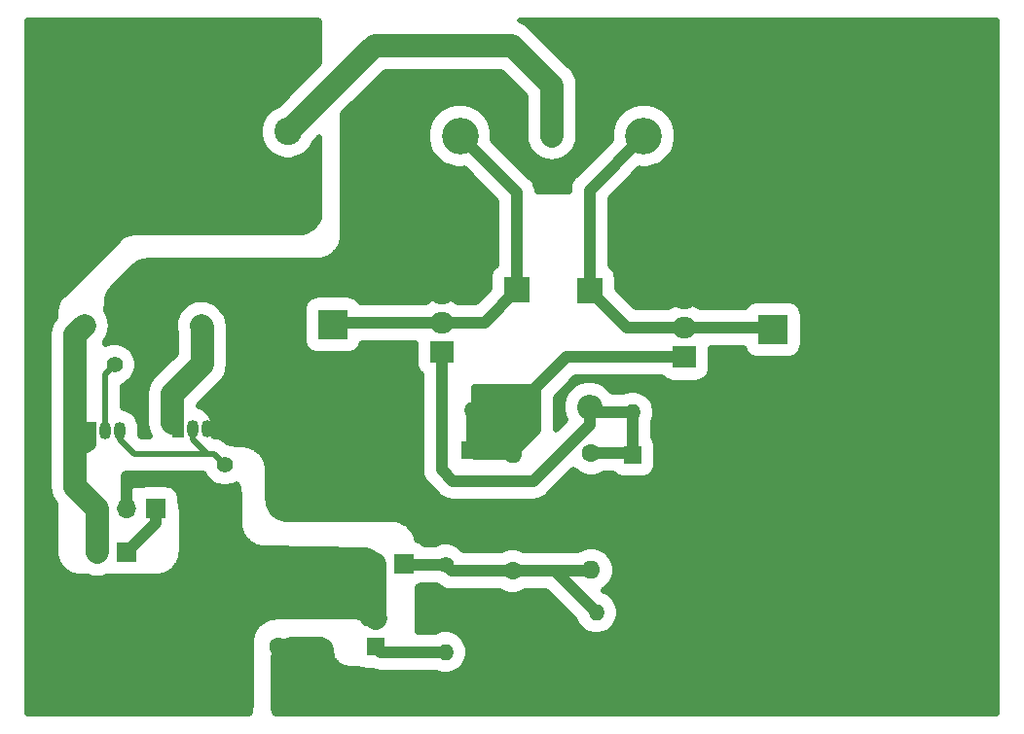
<source format=gbr>
%TF.GenerationSoftware,KiCad,Pcbnew,(5.1.6)-1*%
%TF.CreationDate,2021-04-13T19:17:38+03:00*%
%TF.ProjectId,ZVS,5a56532e-6b69-4636-9164-5f7063625858,rev?*%
%TF.SameCoordinates,Original*%
%TF.FileFunction,Copper,L2,Bot*%
%TF.FilePolarity,Positive*%
%FSLAX46Y46*%
G04 Gerber Fmt 4.6, Leading zero omitted, Abs format (unit mm)*
G04 Created by KiCad (PCBNEW (5.1.6)-1) date 2021-04-13 19:17:39*
%MOMM*%
%LPD*%
G01*
G04 APERTURE LIST*
%TA.AperFunction,ComponentPad*%
%ADD10C,1.524000*%
%TD*%
%TA.AperFunction,ComponentPad*%
%ADD11C,3.200000*%
%TD*%
%TA.AperFunction,ComponentPad*%
%ADD12O,2.200000X2.200000*%
%TD*%
%TA.AperFunction,ComponentPad*%
%ADD13R,2.200000X2.200000*%
%TD*%
%TA.AperFunction,ComponentPad*%
%ADD14O,1.400000X1.400000*%
%TD*%
%TA.AperFunction,ComponentPad*%
%ADD15C,1.400000*%
%TD*%
%TA.AperFunction,ComponentPad*%
%ADD16O,1.500000X1.500000*%
%TD*%
%TA.AperFunction,ComponentPad*%
%ADD17R,1.500000X1.500000*%
%TD*%
%TA.AperFunction,ComponentPad*%
%ADD18O,2.000000X1.905000*%
%TD*%
%TA.AperFunction,ComponentPad*%
%ADD19R,2.000000X1.905000*%
%TD*%
%TA.AperFunction,ComponentPad*%
%ADD20O,1.600000X1.600000*%
%TD*%
%TA.AperFunction,ComponentPad*%
%ADD21C,1.600000*%
%TD*%
%TA.AperFunction,ComponentPad*%
%ADD22O,2.600000X2.600000*%
%TD*%
%TA.AperFunction,ComponentPad*%
%ADD23R,2.600000X2.600000*%
%TD*%
%TA.AperFunction,ComponentPad*%
%ADD24O,1.700000X1.700000*%
%TD*%
%TA.AperFunction,ComponentPad*%
%ADD25R,1.700000X1.700000*%
%TD*%
%TA.AperFunction,ComponentPad*%
%ADD26R,1.050000X1.500000*%
%TD*%
%TA.AperFunction,ComponentPad*%
%ADD27O,1.050000X1.500000*%
%TD*%
%TA.AperFunction,ComponentPad*%
%ADD28C,2.400000*%
%TD*%
%TA.AperFunction,ComponentPad*%
%ADD29R,1.600000X1.600000*%
%TD*%
%TA.AperFunction,ComponentPad*%
%ADD30C,7.000000*%
%TD*%
%TA.AperFunction,Conductor*%
%ADD31C,2.032000*%
%TD*%
%TA.AperFunction,Conductor*%
%ADD32C,1.016000*%
%TD*%
%TA.AperFunction,Conductor*%
%ADD33C,0.508000*%
%TD*%
G04 APERTURE END LIST*
D10*
%TO.P,J2,2*%
%TO.N,/CENTER_TAP*%
X66950000Y-31360000D03*
D11*
%TO.P,J2,3*%
%TO.N,/TANK_L*%
X74950000Y-31360000D03*
%TO.P,J2,1*%
%TO.N,/TANK_R*%
X58950000Y-31360000D03*
%TD*%
D12*
%TO.P,D1,2*%
%TO.N,/GATE_R*%
X70220000Y-54970000D03*
D13*
%TO.P,D1,1*%
%TO.N,/TANK_L*%
X70220000Y-44810000D03*
%TD*%
D14*
%TO.P,R1,2*%
%TO.N,/GATE_R*%
X73980000Y-55450000D03*
D15*
%TO.P,R1,1*%
%TO.N,GND*%
X81600000Y-55450000D03*
%TD*%
D16*
%TO.P,D2,2*%
%TO.N,GND*%
X81620000Y-59170000D03*
D17*
%TO.P,D2,1*%
%TO.N,/GATE_R*%
X74000000Y-59170000D03*
%TD*%
D18*
%TO.P,Q1,3*%
%TO.N,GND*%
X78480000Y-45550000D03*
%TO.P,Q1,2*%
%TO.N,/TANK_L*%
X78480000Y-48090000D03*
D19*
%TO.P,Q1,1*%
%TO.N,/GATE_L*%
X78480000Y-50630000D03*
%TD*%
D20*
%TO.P,R2,2*%
%TO.N,/ENABLE*%
X70360000Y-69170000D03*
D21*
%TO.P,R2,1*%
%TO.N,/GATE_R*%
X70360000Y-59010000D03*
%TD*%
D22*
%TO.P,D5,2*%
%TO.N,GND*%
X86180000Y-63480000D03*
D23*
%TO.P,D5,1*%
%TO.N,/TANK_L*%
X86180000Y-48240000D03*
%TD*%
D14*
%TO.P,R6,2*%
%TO.N,Net-(C2-Pad1)*%
X57700000Y-76320000D03*
D15*
%TO.P,R6,1*%
%TO.N,/ENABLE*%
X57700000Y-68700000D03*
%TD*%
D24*
%TO.P,SW2,2*%
%TO.N,+4V*%
X51510000Y-68600000D03*
D25*
%TO.P,SW2,1*%
%TO.N,/ENABLE*%
X54050000Y-68600000D03*
%TD*%
D24*
%TO.P,SW1,3*%
%TO.N,-BATT*%
X27420000Y-63850000D03*
%TO.P,SW1,2*%
%TO.N,+4V*%
X29960000Y-63850000D03*
D25*
%TO.P,SW1,1*%
%TO.N,Net-(J1-Pad1)*%
X32500000Y-63850000D03*
%TD*%
D20*
%TO.P,R9,2*%
%TO.N,-BATT*%
X26290000Y-47900000D03*
D21*
%TO.P,R9,1*%
%TO.N,Net-(Q4-Pad1)*%
X36450000Y-47900000D03*
%TD*%
D14*
%TO.P,R8,2*%
%TO.N,/ENABLE*%
X70820000Y-72870000D03*
D15*
%TO.P,R8,1*%
%TO.N,GND*%
X63200000Y-72870000D03*
%TD*%
D14*
%TO.P,R7,2*%
%TO.N,Net-(Q4-Pad1)*%
X36520000Y-51300000D03*
D15*
%TO.P,R7,1*%
%TO.N,Net-(Q3-Pad2)*%
X28900000Y-51300000D03*
%TD*%
D14*
%TO.P,R5,2*%
%TO.N,+4V*%
X38500000Y-67620000D03*
D15*
%TO.P,R5,1*%
%TO.N,Net-(Q3-Pad3)*%
X38500000Y-60000000D03*
%TD*%
D20*
%TO.P,R4,2*%
%TO.N,/GATE_L*%
X63540000Y-59090000D03*
D21*
%TO.P,R4,1*%
%TO.N,/ENABLE*%
X63540000Y-69250000D03*
%TD*%
D14*
%TO.P,R3,2*%
%TO.N,/GATE_L*%
X59970000Y-55250000D03*
D15*
%TO.P,R3,1*%
%TO.N,GND*%
X52350000Y-55250000D03*
%TD*%
D26*
%TO.P,Q4,1*%
%TO.N,Net-(Q4-Pad1)*%
X34450000Y-56850000D03*
D27*
%TO.P,Q4,3*%
%TO.N,GND*%
X36990000Y-56850000D03*
%TO.P,Q4,2*%
%TO.N,Net-(Q3-Pad3)*%
X35720000Y-56850000D03*
%TD*%
D26*
%TO.P,Q3,1*%
%TO.N,-BATT*%
X26800000Y-57050000D03*
D27*
%TO.P,Q3,3*%
%TO.N,Net-(Q3-Pad3)*%
X29340000Y-57050000D03*
%TO.P,Q3,2*%
%TO.N,Net-(Q3-Pad2)*%
X28070000Y-57050000D03*
%TD*%
D18*
%TO.P,Q2,3*%
%TO.N,GND*%
X57360000Y-45080000D03*
%TO.P,Q2,2*%
%TO.N,/TANK_R*%
X57360000Y-47620000D03*
D19*
%TO.P,Q2,1*%
%TO.N,/GATE_R*%
X57360000Y-50160000D03*
%TD*%
D28*
%TO.P,L1,2*%
%TO.N,+4V*%
X44000000Y-36000000D03*
%TO.P,L1,1*%
%TO.N,/CENTER_TAP*%
X44000000Y-31000000D03*
%TD*%
D24*
%TO.P,J1,2*%
%TO.N,-BATT*%
X27410000Y-67650000D03*
D25*
%TO.P,J1,1*%
%TO.N,Net-(J1-Pad1)*%
X29950000Y-67650000D03*
%TD*%
D22*
%TO.P,D6,2*%
%TO.N,GND*%
X47900000Y-63040000D03*
D23*
%TO.P,D6,1*%
%TO.N,/TANK_R*%
X47900000Y-47800000D03*
%TD*%
D12*
%TO.P,D4,2*%
%TO.N,/GATE_L*%
X63900000Y-54960000D03*
D13*
%TO.P,D4,1*%
%TO.N,/TANK_R*%
X63900000Y-44800000D03*
%TD*%
D16*
%TO.P,D3,2*%
%TO.N,GND*%
X52230000Y-58700000D03*
D17*
%TO.P,D3,1*%
%TO.N,/GATE_L*%
X59850000Y-58700000D03*
%TD*%
D21*
%TO.P,C3,1*%
%TO.N,+4V*%
X43150000Y-70850000D03*
%TO.P,C3,2*%
%TO.N,GND*%
X43150000Y-75850000D03*
%TD*%
%TO.P,C2,2*%
%TO.N,+4V*%
X51600000Y-73350000D03*
D29*
%TO.P,C2,1*%
%TO.N,Net-(C2-Pad1)*%
X51600000Y-75850000D03*
%TD*%
D30*
%TO.P,REF\u002A\u002A,1*%
%TO.N,+4V*%
X33000000Y-29000000D03*
%TD*%
%TO.P,REF\u002A\u002A,1*%
%TO.N,+4V*%
X33000000Y-74000000D03*
%TD*%
%TO.P,REF\u002A\u002A,1*%
%TO.N,GND*%
X94000000Y-74000000D03*
%TD*%
%TO.P,REF\u002A\u002A,1*%
%TO.N,GND*%
X94000000Y-29000000D03*
%TD*%
D31*
%TO.N,+4V*%
X51510000Y-73260000D02*
X51600000Y-73350000D01*
X38500000Y-67620000D02*
X38500000Y-70000000D01*
X38500000Y-70000000D02*
X39500000Y-71000000D01*
X43150000Y-70850000D02*
X40500000Y-73500000D01*
X39500000Y-71000000D02*
X39500000Y-73500000D01*
X40500000Y-73500000D02*
X39500000Y-73500000D01*
X50650000Y-70850000D02*
X51510000Y-69990000D01*
X43150000Y-70850000D02*
X50650000Y-70850000D01*
X51510000Y-68600000D02*
X51510000Y-69990000D01*
X51510000Y-69990000D02*
X51510000Y-73260000D01*
X39500000Y-77500000D02*
X36500000Y-80500000D01*
X22082010Y-45417990D02*
X31500000Y-36000000D01*
X22082010Y-75082010D02*
X22082010Y-45417990D01*
X39500000Y-73500000D02*
X39500000Y-77500000D01*
X31500000Y-36000000D02*
X44000000Y-36000000D01*
X36500000Y-80500000D02*
X27500000Y-80500000D01*
X27500000Y-80500000D02*
X22082010Y-75082010D01*
D32*
X29960000Y-61946798D02*
X30430799Y-61475999D01*
X29960000Y-63850000D02*
X29960000Y-61946798D01*
X38500000Y-64500000D02*
X38500000Y-67620000D01*
X35475999Y-61475999D02*
X38500000Y-64500000D01*
X30430799Y-61475999D02*
X35475999Y-61475999D01*
X29960000Y-61946798D02*
X29960000Y-61040000D01*
X29960000Y-61040000D02*
X30000000Y-61000000D01*
%TO.N,Net-(C2-Pad1)*%
X52070000Y-76320000D02*
X51600000Y-75850000D01*
X57700000Y-76320000D02*
X52070000Y-76320000D01*
%TO.N,GND*%
X36990000Y-56850000D02*
X39500000Y-56850000D01*
X36990000Y-56850000D02*
X37250000Y-56850000D01*
X37250000Y-56850000D02*
X38850000Y-55250000D01*
%TO.N,/GATE_R*%
X73980000Y-55450000D02*
X70700000Y-55450000D01*
X70700000Y-55450000D02*
X70220000Y-54970000D01*
X73840000Y-59010000D02*
X74000000Y-59170000D01*
X70360000Y-59010000D02*
X73840000Y-59010000D01*
X74000000Y-59170000D02*
X74000000Y-55470000D01*
X74000000Y-55470000D02*
X73980000Y-55450000D01*
X57360000Y-60453202D02*
X57360000Y-50160000D01*
X58320799Y-61414001D02*
X57360000Y-60453202D01*
X65331633Y-61414001D02*
X58320799Y-61414001D01*
X70220000Y-56525634D02*
X65331633Y-61414001D01*
X70220000Y-54970000D02*
X70220000Y-56525634D01*
%TO.N,/TANK_L*%
X73500000Y-48090000D02*
X70220000Y-44810000D01*
X78480000Y-48090000D02*
X73500000Y-48090000D01*
X86030000Y-48090000D02*
X86180000Y-48240000D01*
X78480000Y-48090000D02*
X86030000Y-48090000D01*
X70220000Y-36090000D02*
X74950000Y-31360000D01*
X70220000Y-44810000D02*
X70220000Y-36090000D01*
%TO.N,/GATE_L*%
X60260000Y-54960000D02*
X59970000Y-55250000D01*
X59970000Y-58580000D02*
X59850000Y-58700000D01*
X60240000Y-59090000D02*
X59850000Y-58700000D01*
X68230000Y-50630000D02*
X78480000Y-50630000D01*
X63900000Y-54960000D02*
X68230000Y-50630000D01*
X63540000Y-59090000D02*
X60240000Y-59090000D01*
X63900000Y-54960000D02*
X60260000Y-54960000D01*
X59970000Y-55250000D02*
X59970000Y-58580000D01*
%TO.N,/TANK_R*%
X47900000Y-47800000D02*
X48360000Y-47340000D01*
X61080000Y-47620000D02*
X57360000Y-47620000D01*
X63900000Y-44800000D02*
X61080000Y-47620000D01*
X48080000Y-47620000D02*
X47900000Y-47800000D01*
X57360000Y-47620000D02*
X48080000Y-47620000D01*
X63900000Y-36310000D02*
X58950000Y-31360000D01*
X63900000Y-44800000D02*
X63900000Y-36310000D01*
D31*
%TO.N,-BATT*%
X27410000Y-67650000D02*
X27410000Y-63860000D01*
X27420000Y-63850000D02*
X27410000Y-63860000D01*
X27420000Y-63850000D02*
X26800000Y-63230000D01*
X26290000Y-47900000D02*
X25500000Y-48690000D01*
X25500000Y-61930000D02*
X27420000Y-63850000D01*
D32*
X26020990Y-56520990D02*
X26020990Y-57050000D01*
X26000000Y-56500000D02*
X26020990Y-56520990D01*
X25500000Y-56500000D02*
X26000000Y-56500000D01*
X26050000Y-57050000D02*
X25500000Y-56500000D01*
X26800000Y-57050000D02*
X26050000Y-57050000D01*
D31*
X25500000Y-48690000D02*
X25500000Y-54500000D01*
X25500000Y-54500000D02*
X25500000Y-56500000D01*
D32*
X26800000Y-57050000D02*
X26800000Y-58200000D01*
X26500000Y-58500000D02*
X25500000Y-58500000D01*
X26800000Y-58200000D02*
X26500000Y-58500000D01*
D31*
X25500000Y-56500000D02*
X25500000Y-58500000D01*
X25500000Y-58500000D02*
X25500000Y-61930000D01*
D32*
%TO.N,Net-(J1-Pad1)*%
X32500000Y-65100000D02*
X32500000Y-63850000D01*
X29950000Y-67650000D02*
X32500000Y-65100000D01*
D31*
%TO.N,/CENTER_TAP*%
X66950000Y-26950000D02*
X66950000Y-31360000D01*
X63500000Y-23500000D02*
X66950000Y-26950000D01*
X44000000Y-31000000D02*
X51500000Y-23500000D01*
X51500000Y-23500000D02*
X63500000Y-23500000D01*
D33*
%TO.N,Net-(Q3-Pad3)*%
X29357010Y-57808096D02*
X29357010Y-57050000D01*
X30598914Y-59050000D02*
X29874457Y-58325543D01*
X29874457Y-58325543D02*
X29357010Y-57808096D01*
X35720000Y-56850000D02*
X35720000Y-57820000D01*
X35720000Y-57820000D02*
X36950000Y-59050000D01*
X36950000Y-59050000D02*
X30598914Y-59050000D01*
X37550000Y-59050000D02*
X36950000Y-59050000D01*
X38500000Y-60000000D02*
X37550000Y-59050000D01*
%TO.N,Net-(Q3-Pad2)*%
X28070000Y-52130000D02*
X28900000Y-51300000D01*
X28070000Y-57050000D02*
X28070000Y-52130000D01*
D32*
%TO.N,Net-(Q4-Pad1)*%
X33970000Y-56370000D02*
X34450000Y-56850000D01*
D31*
X33970000Y-53850000D02*
X33970000Y-54020000D01*
X36520000Y-51300000D02*
X33970000Y-53850000D01*
X33970000Y-54020000D02*
X33970000Y-56370000D01*
X36520000Y-47970000D02*
X36450000Y-47900000D01*
X36520000Y-51300000D02*
X36520000Y-47970000D01*
D32*
%TO.N,/ENABLE*%
X54150000Y-68700000D02*
X54050000Y-68600000D01*
X57700000Y-68700000D02*
X54150000Y-68700000D01*
X58250000Y-69250000D02*
X57700000Y-68700000D01*
X63540000Y-69250000D02*
X58250000Y-69250000D01*
X70230000Y-69300000D02*
X70360000Y-69170000D01*
X70280000Y-69250000D02*
X70360000Y-69170000D01*
X67200000Y-69250000D02*
X66370000Y-69250000D01*
X70820000Y-72870000D02*
X67200000Y-69250000D01*
X63540000Y-69250000D02*
X66370000Y-69250000D01*
X66370000Y-69250000D02*
X70280000Y-69250000D01*
%TD*%
D33*
%TO.N,+4V*%
G36*
X46674653Y-21508278D02*
G01*
X46727586Y-21751608D01*
X46746000Y-22009074D01*
X46746000Y-25021108D01*
X43045074Y-28722035D01*
X42830016Y-28811115D01*
X42425467Y-29081426D01*
X42081426Y-29425467D01*
X41811115Y-29830016D01*
X41624921Y-30279528D01*
X41530000Y-30756726D01*
X41530000Y-31243274D01*
X41624921Y-31720472D01*
X41811115Y-32169984D01*
X42081426Y-32574533D01*
X42425467Y-32918574D01*
X42830016Y-33188885D01*
X43279528Y-33375079D01*
X43756726Y-33470000D01*
X44243274Y-33470000D01*
X44720472Y-33375079D01*
X45169984Y-33188885D01*
X45574533Y-32918574D01*
X45918574Y-32574533D01*
X46188885Y-32169984D01*
X46277965Y-31954926D01*
X46746000Y-31486891D01*
X46746000Y-37990926D01*
X46727586Y-38248392D01*
X46674653Y-38491722D01*
X46587629Y-38725042D01*
X46468281Y-38943611D01*
X46319048Y-39142962D01*
X46142962Y-39319048D01*
X45943611Y-39468281D01*
X45725042Y-39587629D01*
X45491722Y-39674653D01*
X45248392Y-39727586D01*
X44990926Y-39746000D01*
X30828427Y-39746000D01*
X30811815Y-39746544D01*
X30550763Y-39763654D01*
X30517822Y-39767991D01*
X30261236Y-39819029D01*
X30229143Y-39827628D01*
X29981414Y-39911721D01*
X29950719Y-39924435D01*
X29716086Y-40040143D01*
X29687312Y-40056756D01*
X29469789Y-40202100D01*
X29443430Y-40222326D01*
X29246740Y-40394819D01*
X29234609Y-40406181D01*
X24406181Y-45234609D01*
X24394819Y-45246740D01*
X24222326Y-45443430D01*
X24202100Y-45469789D01*
X24056756Y-45687312D01*
X24040143Y-45716086D01*
X23924435Y-45950719D01*
X23911721Y-45981414D01*
X23827628Y-46229143D01*
X23819029Y-46261236D01*
X23767991Y-46517822D01*
X23763654Y-46550763D01*
X23746544Y-46811815D01*
X23746000Y-46828427D01*
X23746000Y-47223814D01*
X23590064Y-47413823D01*
X23377793Y-47810954D01*
X23247077Y-48241867D01*
X23218159Y-48535478D01*
X23202940Y-48690000D01*
X23214000Y-48802293D01*
X23214001Y-54387696D01*
X23214000Y-54387706D01*
X23214000Y-61817708D01*
X23202940Y-61930000D01*
X23214000Y-62042292D01*
X23214000Y-62042295D01*
X23238433Y-62290359D01*
X23247078Y-62378134D01*
X23377793Y-62809046D01*
X23568748Y-63166297D01*
X23590065Y-63206178D01*
X23746000Y-63396186D01*
X23746000Y-67500000D01*
X23746647Y-67518120D01*
X23767004Y-67802750D01*
X23772162Y-67838622D01*
X23832819Y-68117457D01*
X23843029Y-68152229D01*
X23942751Y-68419594D01*
X23957805Y-68452559D01*
X24094562Y-68703011D01*
X24114156Y-68733499D01*
X24285164Y-68961938D01*
X24308896Y-68989326D01*
X24510674Y-69191104D01*
X24538062Y-69214836D01*
X24766501Y-69385844D01*
X24796989Y-69405438D01*
X25047441Y-69542195D01*
X25080406Y-69557249D01*
X25347771Y-69656971D01*
X25382543Y-69667181D01*
X25661378Y-69727838D01*
X25697250Y-69732996D01*
X25981880Y-69753353D01*
X26000000Y-69754000D01*
X26496890Y-69754000D01*
X26530953Y-69772207D01*
X26961866Y-69902923D01*
X27410000Y-69947060D01*
X27858133Y-69902923D01*
X28289046Y-69772207D01*
X28323109Y-69754000D01*
X28875171Y-69754000D01*
X29100000Y-69776144D01*
X30800000Y-69776144D01*
X31024829Y-69754000D01*
X32500000Y-69754000D01*
X32518120Y-69753353D01*
X32802750Y-69732996D01*
X32838622Y-69727838D01*
X33117457Y-69667181D01*
X33152229Y-69656971D01*
X33419594Y-69557249D01*
X33452559Y-69542195D01*
X33703011Y-69405438D01*
X33733499Y-69385844D01*
X33961938Y-69214836D01*
X33989326Y-69191104D01*
X34191104Y-68989326D01*
X34214836Y-68961938D01*
X34385844Y-68733499D01*
X34405438Y-68703011D01*
X34542195Y-68452559D01*
X34557249Y-68419594D01*
X34656971Y-68152229D01*
X34667181Y-68117457D01*
X34727838Y-67838622D01*
X34732996Y-67802750D01*
X34753353Y-67518120D01*
X34754000Y-67500000D01*
X34754000Y-64000000D01*
X34753353Y-63981880D01*
X34732996Y-63697250D01*
X34727838Y-63661378D01*
X34667181Y-63382543D01*
X34656971Y-63347771D01*
X34626144Y-63265121D01*
X34626144Y-63000000D01*
X34601623Y-62751037D01*
X34529003Y-62511641D01*
X34411075Y-62291012D01*
X34252370Y-62097630D01*
X34058988Y-61938925D01*
X33838359Y-61820997D01*
X33598963Y-61748377D01*
X33350000Y-61723856D01*
X31650000Y-61723856D01*
X31425171Y-61746000D01*
X30264265Y-61746000D01*
X30139985Y-61731997D01*
X30035492Y-61695434D01*
X29941751Y-61636532D01*
X29863468Y-61558249D01*
X29804566Y-61464508D01*
X29768003Y-61360015D01*
X29755607Y-61250000D01*
X29768003Y-61139985D01*
X29804566Y-61035492D01*
X29863468Y-60941751D01*
X29941751Y-60863468D01*
X30035492Y-60804566D01*
X30139985Y-60768003D01*
X30264265Y-60754000D01*
X36680005Y-60754000D01*
X36754209Y-60933145D01*
X36969801Y-61255802D01*
X37244198Y-61530199D01*
X37566855Y-61745791D01*
X37925372Y-61894294D01*
X38305972Y-61970000D01*
X38694028Y-61970000D01*
X39074628Y-61894294D01*
X39433145Y-61745791D01*
X39534663Y-61677959D01*
X39587629Y-61774958D01*
X39674653Y-62008278D01*
X39727586Y-62251608D01*
X39746000Y-62509074D01*
X39746000Y-65039600D01*
X39746631Y-65057490D01*
X39766474Y-65338520D01*
X39771501Y-65373944D01*
X39830636Y-65649398D01*
X39840592Y-65683765D01*
X39937846Y-65948177D01*
X39952532Y-65980805D01*
X40085975Y-66228927D01*
X40105098Y-66259165D01*
X40272081Y-66486076D01*
X40295266Y-66513330D01*
X40492478Y-66714525D01*
X40519262Y-66738249D01*
X40742788Y-66909736D01*
X40772638Y-66929461D01*
X41018042Y-67067839D01*
X41050370Y-67083174D01*
X41312784Y-67185695D01*
X41346944Y-67196336D01*
X41621161Y-67260968D01*
X41656479Y-67266703D01*
X41937056Y-67292161D01*
X41954929Y-67293149D01*
X50525954Y-67464570D01*
X50779755Y-67487598D01*
X51019064Y-67544003D01*
X51248060Y-67633468D01*
X51462226Y-67754232D01*
X51657289Y-67903882D01*
X51829396Y-68079465D01*
X51923856Y-68207824D01*
X51923856Y-69450000D01*
X51948377Y-69698963D01*
X52020997Y-69938359D01*
X52138925Y-70158988D01*
X52246000Y-70289459D01*
X52246000Y-73728747D01*
X52241203Y-73773856D01*
X50800000Y-73773856D01*
X50719868Y-73781748D01*
X50717628Y-73773388D01*
X50667678Y-73652798D01*
X50634524Y-73595373D01*
X50555064Y-73491820D01*
X50508180Y-73444936D01*
X50404627Y-73365476D01*
X50347202Y-73332322D01*
X50226612Y-73282372D01*
X50162563Y-73265210D01*
X50033153Y-73248173D01*
X50000000Y-73246000D01*
X43000000Y-73246000D01*
X42981880Y-73246647D01*
X42697250Y-73267004D01*
X42661378Y-73272162D01*
X42382543Y-73332819D01*
X42347771Y-73343029D01*
X42080406Y-73442751D01*
X42047441Y-73457805D01*
X41796989Y-73594562D01*
X41766501Y-73614156D01*
X41538062Y-73785164D01*
X41510674Y-73808896D01*
X41308896Y-74010674D01*
X41285164Y-74038062D01*
X41114156Y-74266501D01*
X41094562Y-74296989D01*
X40957805Y-74547441D01*
X40942751Y-74580406D01*
X40843029Y-74847771D01*
X40832819Y-74882543D01*
X40772162Y-75161378D01*
X40767004Y-75197250D01*
X40746647Y-75481880D01*
X40746000Y-75500000D01*
X40746000Y-80990926D01*
X40727586Y-81248392D01*
X40674653Y-81491722D01*
X40604429Y-81680000D01*
X21320000Y-81680000D01*
X21320000Y-21320000D01*
X46604429Y-21320000D01*
X46674653Y-21508278D01*
G37*
X46674653Y-21508278D02*
X46727586Y-21751608D01*
X46746000Y-22009074D01*
X46746000Y-25021108D01*
X43045074Y-28722035D01*
X42830016Y-28811115D01*
X42425467Y-29081426D01*
X42081426Y-29425467D01*
X41811115Y-29830016D01*
X41624921Y-30279528D01*
X41530000Y-30756726D01*
X41530000Y-31243274D01*
X41624921Y-31720472D01*
X41811115Y-32169984D01*
X42081426Y-32574533D01*
X42425467Y-32918574D01*
X42830016Y-33188885D01*
X43279528Y-33375079D01*
X43756726Y-33470000D01*
X44243274Y-33470000D01*
X44720472Y-33375079D01*
X45169984Y-33188885D01*
X45574533Y-32918574D01*
X45918574Y-32574533D01*
X46188885Y-32169984D01*
X46277965Y-31954926D01*
X46746000Y-31486891D01*
X46746000Y-37990926D01*
X46727586Y-38248392D01*
X46674653Y-38491722D01*
X46587629Y-38725042D01*
X46468281Y-38943611D01*
X46319048Y-39142962D01*
X46142962Y-39319048D01*
X45943611Y-39468281D01*
X45725042Y-39587629D01*
X45491722Y-39674653D01*
X45248392Y-39727586D01*
X44990926Y-39746000D01*
X30828427Y-39746000D01*
X30811815Y-39746544D01*
X30550763Y-39763654D01*
X30517822Y-39767991D01*
X30261236Y-39819029D01*
X30229143Y-39827628D01*
X29981414Y-39911721D01*
X29950719Y-39924435D01*
X29716086Y-40040143D01*
X29687312Y-40056756D01*
X29469789Y-40202100D01*
X29443430Y-40222326D01*
X29246740Y-40394819D01*
X29234609Y-40406181D01*
X24406181Y-45234609D01*
X24394819Y-45246740D01*
X24222326Y-45443430D01*
X24202100Y-45469789D01*
X24056756Y-45687312D01*
X24040143Y-45716086D01*
X23924435Y-45950719D01*
X23911721Y-45981414D01*
X23827628Y-46229143D01*
X23819029Y-46261236D01*
X23767991Y-46517822D01*
X23763654Y-46550763D01*
X23746544Y-46811815D01*
X23746000Y-46828427D01*
X23746000Y-47223814D01*
X23590064Y-47413823D01*
X23377793Y-47810954D01*
X23247077Y-48241867D01*
X23218159Y-48535478D01*
X23202940Y-48690000D01*
X23214000Y-48802293D01*
X23214001Y-54387696D01*
X23214000Y-54387706D01*
X23214000Y-61817708D01*
X23202940Y-61930000D01*
X23214000Y-62042292D01*
X23214000Y-62042295D01*
X23238433Y-62290359D01*
X23247078Y-62378134D01*
X23377793Y-62809046D01*
X23568748Y-63166297D01*
X23590065Y-63206178D01*
X23746000Y-63396186D01*
X23746000Y-67500000D01*
X23746647Y-67518120D01*
X23767004Y-67802750D01*
X23772162Y-67838622D01*
X23832819Y-68117457D01*
X23843029Y-68152229D01*
X23942751Y-68419594D01*
X23957805Y-68452559D01*
X24094562Y-68703011D01*
X24114156Y-68733499D01*
X24285164Y-68961938D01*
X24308896Y-68989326D01*
X24510674Y-69191104D01*
X24538062Y-69214836D01*
X24766501Y-69385844D01*
X24796989Y-69405438D01*
X25047441Y-69542195D01*
X25080406Y-69557249D01*
X25347771Y-69656971D01*
X25382543Y-69667181D01*
X25661378Y-69727838D01*
X25697250Y-69732996D01*
X25981880Y-69753353D01*
X26000000Y-69754000D01*
X26496890Y-69754000D01*
X26530953Y-69772207D01*
X26961866Y-69902923D01*
X27410000Y-69947060D01*
X27858133Y-69902923D01*
X28289046Y-69772207D01*
X28323109Y-69754000D01*
X28875171Y-69754000D01*
X29100000Y-69776144D01*
X30800000Y-69776144D01*
X31024829Y-69754000D01*
X32500000Y-69754000D01*
X32518120Y-69753353D01*
X32802750Y-69732996D01*
X32838622Y-69727838D01*
X33117457Y-69667181D01*
X33152229Y-69656971D01*
X33419594Y-69557249D01*
X33452559Y-69542195D01*
X33703011Y-69405438D01*
X33733499Y-69385844D01*
X33961938Y-69214836D01*
X33989326Y-69191104D01*
X34191104Y-68989326D01*
X34214836Y-68961938D01*
X34385844Y-68733499D01*
X34405438Y-68703011D01*
X34542195Y-68452559D01*
X34557249Y-68419594D01*
X34656971Y-68152229D01*
X34667181Y-68117457D01*
X34727838Y-67838622D01*
X34732996Y-67802750D01*
X34753353Y-67518120D01*
X34754000Y-67500000D01*
X34754000Y-64000000D01*
X34753353Y-63981880D01*
X34732996Y-63697250D01*
X34727838Y-63661378D01*
X34667181Y-63382543D01*
X34656971Y-63347771D01*
X34626144Y-63265121D01*
X34626144Y-63000000D01*
X34601623Y-62751037D01*
X34529003Y-62511641D01*
X34411075Y-62291012D01*
X34252370Y-62097630D01*
X34058988Y-61938925D01*
X33838359Y-61820997D01*
X33598963Y-61748377D01*
X33350000Y-61723856D01*
X31650000Y-61723856D01*
X31425171Y-61746000D01*
X30264265Y-61746000D01*
X30139985Y-61731997D01*
X30035492Y-61695434D01*
X29941751Y-61636532D01*
X29863468Y-61558249D01*
X29804566Y-61464508D01*
X29768003Y-61360015D01*
X29755607Y-61250000D01*
X29768003Y-61139985D01*
X29804566Y-61035492D01*
X29863468Y-60941751D01*
X29941751Y-60863468D01*
X30035492Y-60804566D01*
X30139985Y-60768003D01*
X30264265Y-60754000D01*
X36680005Y-60754000D01*
X36754209Y-60933145D01*
X36969801Y-61255802D01*
X37244198Y-61530199D01*
X37566855Y-61745791D01*
X37925372Y-61894294D01*
X38305972Y-61970000D01*
X38694028Y-61970000D01*
X39074628Y-61894294D01*
X39433145Y-61745791D01*
X39534663Y-61677959D01*
X39587629Y-61774958D01*
X39674653Y-62008278D01*
X39727586Y-62251608D01*
X39746000Y-62509074D01*
X39746000Y-65039600D01*
X39746631Y-65057490D01*
X39766474Y-65338520D01*
X39771501Y-65373944D01*
X39830636Y-65649398D01*
X39840592Y-65683765D01*
X39937846Y-65948177D01*
X39952532Y-65980805D01*
X40085975Y-66228927D01*
X40105098Y-66259165D01*
X40272081Y-66486076D01*
X40295266Y-66513330D01*
X40492478Y-66714525D01*
X40519262Y-66738249D01*
X40742788Y-66909736D01*
X40772638Y-66929461D01*
X41018042Y-67067839D01*
X41050370Y-67083174D01*
X41312784Y-67185695D01*
X41346944Y-67196336D01*
X41621161Y-67260968D01*
X41656479Y-67266703D01*
X41937056Y-67292161D01*
X41954929Y-67293149D01*
X50525954Y-67464570D01*
X50779755Y-67487598D01*
X51019064Y-67544003D01*
X51248060Y-67633468D01*
X51462226Y-67754232D01*
X51657289Y-67903882D01*
X51829396Y-68079465D01*
X51923856Y-68207824D01*
X51923856Y-69450000D01*
X51948377Y-69698963D01*
X52020997Y-69938359D01*
X52138925Y-70158988D01*
X52246000Y-70289459D01*
X52246000Y-73728747D01*
X52241203Y-73773856D01*
X50800000Y-73773856D01*
X50719868Y-73781748D01*
X50717628Y-73773388D01*
X50667678Y-73652798D01*
X50634524Y-73595373D01*
X50555064Y-73491820D01*
X50508180Y-73444936D01*
X50404627Y-73365476D01*
X50347202Y-73332322D01*
X50226612Y-73282372D01*
X50162563Y-73265210D01*
X50033153Y-73248173D01*
X50000000Y-73246000D01*
X43000000Y-73246000D01*
X42981880Y-73246647D01*
X42697250Y-73267004D01*
X42661378Y-73272162D01*
X42382543Y-73332819D01*
X42347771Y-73343029D01*
X42080406Y-73442751D01*
X42047441Y-73457805D01*
X41796989Y-73594562D01*
X41766501Y-73614156D01*
X41538062Y-73785164D01*
X41510674Y-73808896D01*
X41308896Y-74010674D01*
X41285164Y-74038062D01*
X41114156Y-74266501D01*
X41094562Y-74296989D01*
X40957805Y-74547441D01*
X40942751Y-74580406D01*
X40843029Y-74847771D01*
X40832819Y-74882543D01*
X40772162Y-75161378D01*
X40767004Y-75197250D01*
X40746647Y-75481880D01*
X40746000Y-75500000D01*
X40746000Y-80990926D01*
X40727586Y-81248392D01*
X40674653Y-81491722D01*
X40604429Y-81680000D01*
X21320000Y-81680000D01*
X21320000Y-21320000D01*
X46604429Y-21320000D01*
X46674653Y-21508278D01*
%TO.N,GND*%
G36*
X105680001Y-81680000D02*
G01*
X42895571Y-81680000D01*
X42825347Y-81491722D01*
X42772414Y-81248392D01*
X42754000Y-80990926D01*
X42754000Y-77009074D01*
X42772414Y-76751608D01*
X42825347Y-76508278D01*
X42912371Y-76274958D01*
X43031719Y-76056389D01*
X43180952Y-75857038D01*
X43357038Y-75680952D01*
X43556389Y-75531719D01*
X43774958Y-75412371D01*
X44008278Y-75325347D01*
X44251608Y-75272414D01*
X44509074Y-75254000D01*
X46738916Y-75254000D01*
X46922783Y-75270086D01*
X47090320Y-75314978D01*
X47247514Y-75388278D01*
X47389595Y-75487764D01*
X47512236Y-75610405D01*
X47611722Y-75752486D01*
X47685022Y-75909680D01*
X47729914Y-76077217D01*
X47765957Y-76489197D01*
X47773645Y-76532800D01*
X47830039Y-76743265D01*
X47845182Y-76784870D01*
X47937266Y-76982345D01*
X47959403Y-77020688D01*
X48084379Y-77199173D01*
X48112839Y-77233090D01*
X48266910Y-77387161D01*
X48300827Y-77415621D01*
X48479312Y-77540597D01*
X48517655Y-77562734D01*
X48715130Y-77654818D01*
X48756735Y-77669961D01*
X48967200Y-77726355D01*
X49010803Y-77734043D01*
X49227863Y-77753033D01*
X49250000Y-77754000D01*
X50171319Y-77754000D01*
X50311641Y-77829003D01*
X50551037Y-77901623D01*
X50800000Y-77926144D01*
X51303116Y-77926144D01*
X51386297Y-77970605D01*
X51721451Y-78072273D01*
X51982662Y-78098000D01*
X51982672Y-78098000D01*
X52069999Y-78106601D01*
X52157327Y-78098000D01*
X56844614Y-78098000D01*
X57125372Y-78214294D01*
X57505972Y-78290000D01*
X57894028Y-78290000D01*
X58274628Y-78214294D01*
X58633145Y-78065791D01*
X58955802Y-77850199D01*
X59230199Y-77575802D01*
X59445791Y-77253145D01*
X59594294Y-76894628D01*
X59670000Y-76514028D01*
X59670000Y-76125972D01*
X59594294Y-75745372D01*
X59445791Y-75386855D01*
X59230199Y-75064198D01*
X58955802Y-74789801D01*
X58633145Y-74574209D01*
X58274628Y-74425706D01*
X57894028Y-74350000D01*
X57505972Y-74350000D01*
X57125372Y-74425706D01*
X56844614Y-74542000D01*
X55254000Y-74542000D01*
X55254000Y-70669760D01*
X55388359Y-70629003D01*
X55608988Y-70511075D01*
X55649290Y-70478000D01*
X56844614Y-70478000D01*
X57044568Y-70560824D01*
X57257417Y-70735505D01*
X57566297Y-70900605D01*
X57901451Y-71002273D01*
X58162662Y-71028000D01*
X58162672Y-71028000D01*
X58249999Y-71036601D01*
X58337327Y-71028000D01*
X62475063Y-71028000D01*
X62559487Y-71084410D01*
X62936203Y-71240451D01*
X63336123Y-71320000D01*
X63743877Y-71320000D01*
X64143797Y-71240451D01*
X64520513Y-71084410D01*
X64604937Y-71028000D01*
X66463529Y-71028000D01*
X68957915Y-73522387D01*
X69074209Y-73803145D01*
X69289801Y-74125802D01*
X69564198Y-74400199D01*
X69886855Y-74615791D01*
X70245372Y-74764294D01*
X70625972Y-74840000D01*
X71014028Y-74840000D01*
X71394628Y-74764294D01*
X71753145Y-74615791D01*
X72075802Y-74400199D01*
X72350199Y-74125802D01*
X72565791Y-73803145D01*
X72714294Y-73444628D01*
X72790000Y-73064028D01*
X72790000Y-72675972D01*
X72714294Y-72295372D01*
X72565791Y-71936855D01*
X72350199Y-71614198D01*
X72075802Y-71339801D01*
X71753145Y-71124209D01*
X71472387Y-71007915D01*
X71417464Y-70952993D01*
X71679548Y-70777874D01*
X71967874Y-70489548D01*
X72194410Y-70150513D01*
X72350451Y-69773797D01*
X72430000Y-69373877D01*
X72430000Y-68966123D01*
X72350451Y-68566203D01*
X72194410Y-68189487D01*
X71967874Y-67850452D01*
X71679548Y-67562126D01*
X71340513Y-67335590D01*
X70963797Y-67179549D01*
X70563877Y-67100000D01*
X70156123Y-67100000D01*
X69756203Y-67179549D01*
X69379487Y-67335590D01*
X69175335Y-67472000D01*
X67287327Y-67472000D01*
X67200000Y-67463399D01*
X67112673Y-67472000D01*
X64604937Y-67472000D01*
X64520513Y-67415590D01*
X64143797Y-67259549D01*
X63743877Y-67180000D01*
X63336123Y-67180000D01*
X62936203Y-67259549D01*
X62559487Y-67415590D01*
X62475063Y-67472000D01*
X59248776Y-67472000D01*
X59230199Y-67444198D01*
X58955802Y-67169801D01*
X58633145Y-66954209D01*
X58274628Y-66805706D01*
X57894028Y-66730000D01*
X57505972Y-66730000D01*
X57125372Y-66805706D01*
X56844614Y-66922000D01*
X55863404Y-66922000D01*
X55802370Y-66847630D01*
X55608988Y-66688925D01*
X55388359Y-66570997D01*
X55195447Y-66512478D01*
X55167181Y-66382543D01*
X55156971Y-66347771D01*
X55057249Y-66080406D01*
X55042195Y-66047441D01*
X54905438Y-65796989D01*
X54885844Y-65766501D01*
X54714836Y-65538062D01*
X54691104Y-65510674D01*
X54489326Y-65308896D01*
X54461938Y-65285164D01*
X54233499Y-65114156D01*
X54203011Y-65094562D01*
X53952559Y-64957805D01*
X53919594Y-64942751D01*
X53652229Y-64843029D01*
X53617457Y-64832819D01*
X53338622Y-64772162D01*
X53302750Y-64767004D01*
X53018120Y-64746647D01*
X53000000Y-64746000D01*
X44009074Y-64746000D01*
X43751608Y-64727586D01*
X43508278Y-64674653D01*
X43274958Y-64587629D01*
X43056389Y-64468281D01*
X42857038Y-64319048D01*
X42680952Y-64142962D01*
X42531719Y-63943611D01*
X42412371Y-63725042D01*
X42325347Y-63491722D01*
X42272414Y-63248392D01*
X42254000Y-62990926D01*
X42254000Y-60500000D01*
X42253353Y-60481880D01*
X42232996Y-60197250D01*
X42227838Y-60161378D01*
X42167181Y-59882543D01*
X42156971Y-59847771D01*
X42057249Y-59580406D01*
X42042195Y-59547441D01*
X41905438Y-59296989D01*
X41885844Y-59266501D01*
X41714836Y-59038062D01*
X41691104Y-59010674D01*
X41489326Y-58808896D01*
X41461938Y-58785164D01*
X41233499Y-58614156D01*
X41203011Y-58594562D01*
X40952559Y-58457805D01*
X40919594Y-58442751D01*
X40652229Y-58343029D01*
X40617457Y-58332819D01*
X40338622Y-58272162D01*
X40302750Y-58267004D01*
X40018120Y-58246647D01*
X40000000Y-58246000D01*
X39413327Y-58246000D01*
X39074628Y-58105706D01*
X38694028Y-58030000D01*
X38685261Y-58030000D01*
X38680563Y-58025302D01*
X38632844Y-57967156D01*
X38400785Y-57776710D01*
X38136031Y-57635196D01*
X37848756Y-57548052D01*
X37624859Y-57526000D01*
X37624849Y-57526000D01*
X37576500Y-57521238D01*
X37487425Y-57432164D01*
X37489028Y-57426880D01*
X37515000Y-57163180D01*
X37515000Y-56536819D01*
X37489028Y-56273119D01*
X37386388Y-55934760D01*
X37219709Y-55622926D01*
X36995398Y-55349602D01*
X36722073Y-55125291D01*
X36410239Y-54958612D01*
X36256000Y-54911824D01*
X36256000Y-54796891D01*
X38057039Y-52995853D01*
X38144267Y-52924267D01*
X38410386Y-52600000D01*
X38429936Y-52576179D01*
X38642207Y-52179047D01*
X38772923Y-51748135D01*
X38817060Y-51300000D01*
X38806000Y-51187705D01*
X38806000Y-48082292D01*
X38817060Y-47970000D01*
X38801395Y-47810953D01*
X38772923Y-47521866D01*
X38642207Y-47090953D01*
X38429936Y-46693822D01*
X38270871Y-46500000D01*
X45323856Y-46500000D01*
X45323856Y-49100000D01*
X45348377Y-49348963D01*
X45420997Y-49588359D01*
X45538925Y-49808988D01*
X45697630Y-50002370D01*
X45891012Y-50161075D01*
X46111641Y-50279003D01*
X46351037Y-50351623D01*
X46600000Y-50376144D01*
X49200000Y-50376144D01*
X49448963Y-50351623D01*
X49688359Y-50279003D01*
X49908988Y-50161075D01*
X50102370Y-50002370D01*
X50261075Y-49808988D01*
X50379003Y-49588359D01*
X50436748Y-49398000D01*
X55083856Y-49398000D01*
X55083856Y-51112500D01*
X55108377Y-51361463D01*
X55180997Y-51600859D01*
X55298925Y-51821488D01*
X55457630Y-52014870D01*
X55582001Y-52116939D01*
X55582000Y-60365874D01*
X55573399Y-60453202D01*
X55582000Y-60540529D01*
X55582000Y-60540539D01*
X55607727Y-60801750D01*
X55692270Y-61080451D01*
X55709395Y-61136904D01*
X55874495Y-61445784D01*
X56006865Y-61607077D01*
X56096682Y-61716520D01*
X56164522Y-61772195D01*
X57001806Y-62609479D01*
X57057481Y-62677319D01*
X57328216Y-62899506D01*
X57637096Y-63064606D01*
X57972250Y-63166274D01*
X58233461Y-63192001D01*
X58233471Y-63192001D01*
X58320799Y-63200602D01*
X58408126Y-63192001D01*
X65244306Y-63192001D01*
X65331633Y-63200602D01*
X65418960Y-63192001D01*
X65418971Y-63192001D01*
X65680182Y-63166274D01*
X66015336Y-63064606D01*
X66324216Y-62899506D01*
X66594951Y-62677319D01*
X66650626Y-62609479D01*
X68841342Y-60418764D01*
X69040452Y-60617874D01*
X69379487Y-60844410D01*
X69756203Y-61000451D01*
X70156123Y-61080000D01*
X70563877Y-61080000D01*
X70963797Y-61000451D01*
X71340513Y-60844410D01*
X71424937Y-60788000D01*
X72319423Y-60788000D01*
X72347630Y-60822370D01*
X72541012Y-60981075D01*
X72761641Y-61099003D01*
X73001037Y-61171623D01*
X73250000Y-61196144D01*
X74750000Y-61196144D01*
X74998963Y-61171623D01*
X75238359Y-61099003D01*
X75458988Y-60981075D01*
X75652370Y-60822370D01*
X75811075Y-60628988D01*
X75929003Y-60408359D01*
X76001623Y-60168963D01*
X76026144Y-59920000D01*
X76026144Y-58420000D01*
X76001623Y-58171037D01*
X75929003Y-57931641D01*
X75811075Y-57711012D01*
X75778000Y-57670710D01*
X75778000Y-56257102D01*
X75874294Y-56024628D01*
X75950000Y-55644028D01*
X75950000Y-55255972D01*
X75874294Y-54875372D01*
X75725791Y-54516855D01*
X75510199Y-54194198D01*
X75235802Y-53919801D01*
X74913145Y-53704209D01*
X74554628Y-53555706D01*
X74174028Y-53480000D01*
X73785972Y-53480000D01*
X73405372Y-53555706D01*
X73124614Y-53672000D01*
X72203078Y-53672000D01*
X72060899Y-53459213D01*
X71730787Y-53129101D01*
X71342616Y-52869734D01*
X70911303Y-52691078D01*
X70453425Y-52600000D01*
X69986575Y-52600000D01*
X69528697Y-52691078D01*
X69097384Y-52869734D01*
X68709213Y-53129101D01*
X68379101Y-53459213D01*
X68119734Y-53847384D01*
X67941078Y-54278697D01*
X67850000Y-54736575D01*
X67850000Y-55203425D01*
X67941078Y-55661303D01*
X68119734Y-56092616D01*
X68127269Y-56103893D01*
X67254000Y-56977162D01*
X67254000Y-54120471D01*
X68966472Y-52408000D01*
X76514544Y-52408000D01*
X76577630Y-52484870D01*
X76771012Y-52643575D01*
X76991641Y-52761503D01*
X77231037Y-52834123D01*
X77480000Y-52858644D01*
X79480000Y-52858644D01*
X79728963Y-52834123D01*
X79968359Y-52761503D01*
X80188988Y-52643575D01*
X80382370Y-52484870D01*
X80541075Y-52291488D01*
X80659003Y-52070859D01*
X80731623Y-51831463D01*
X80756144Y-51582500D01*
X80756144Y-49868000D01*
X83652353Y-49868000D01*
X83700997Y-50028359D01*
X83818925Y-50248988D01*
X83977630Y-50442370D01*
X84171012Y-50601075D01*
X84391641Y-50719003D01*
X84631037Y-50791623D01*
X84880000Y-50816144D01*
X87480000Y-50816144D01*
X87728963Y-50791623D01*
X87968359Y-50719003D01*
X88188988Y-50601075D01*
X88382370Y-50442370D01*
X88541075Y-50248988D01*
X88659003Y-50028359D01*
X88731623Y-49788963D01*
X88756144Y-49540000D01*
X88756144Y-46940000D01*
X88731623Y-46691037D01*
X88659003Y-46451641D01*
X88541075Y-46231012D01*
X88382370Y-46037630D01*
X88188988Y-45878925D01*
X87968359Y-45760997D01*
X87728963Y-45688377D01*
X87480000Y-45663856D01*
X84880000Y-45663856D01*
X84631037Y-45688377D01*
X84391641Y-45760997D01*
X84171012Y-45878925D01*
X83977630Y-46037630D01*
X83818925Y-46231012D01*
X83775636Y-46312000D01*
X79864347Y-46312000D01*
X79768229Y-46233118D01*
X79382129Y-46026743D01*
X78963186Y-45899658D01*
X78636678Y-45867500D01*
X78323322Y-45867500D01*
X77996814Y-45899658D01*
X77577871Y-46026743D01*
X77191771Y-46233118D01*
X77095653Y-46312000D01*
X74236471Y-46312000D01*
X72596144Y-44671673D01*
X72596144Y-43710000D01*
X72571623Y-43461037D01*
X72499003Y-43221641D01*
X72381075Y-43001012D01*
X72222370Y-42807630D01*
X72028988Y-42648925D01*
X71998000Y-42632362D01*
X71998000Y-36826471D01*
X74606560Y-34217912D01*
X74667330Y-34230000D01*
X75232670Y-34230000D01*
X75787148Y-34119708D01*
X76309455Y-33903361D01*
X76779519Y-33589275D01*
X77179275Y-33189519D01*
X77493361Y-32719455D01*
X77709708Y-32197148D01*
X77820000Y-31642670D01*
X77820000Y-31077330D01*
X77709708Y-30522852D01*
X77493361Y-30000545D01*
X77179275Y-29530481D01*
X76779519Y-29130725D01*
X76309455Y-28816639D01*
X75787148Y-28600292D01*
X75232670Y-28490000D01*
X74667330Y-28490000D01*
X74112852Y-28600292D01*
X73590545Y-28816639D01*
X73120481Y-29130725D01*
X72720725Y-29530481D01*
X72406639Y-30000545D01*
X72190292Y-30522852D01*
X72080000Y-31077330D01*
X72080000Y-31642670D01*
X72092088Y-31703440D01*
X69024517Y-34771012D01*
X68956683Y-34826682D01*
X68901013Y-34894516D01*
X68901007Y-34894522D01*
X68734495Y-35097418D01*
X68569395Y-35406298D01*
X68467728Y-35741452D01*
X68433399Y-36090000D01*
X68442001Y-36177337D01*
X68442001Y-36246000D01*
X65680298Y-36246000D01*
X65678000Y-36222672D01*
X65678000Y-36222662D01*
X65652273Y-35961451D01*
X65550605Y-35626297D01*
X65385505Y-35317417D01*
X65224272Y-35120954D01*
X65218993Y-35114521D01*
X65218988Y-35114516D01*
X65163318Y-35046682D01*
X65095484Y-34991012D01*
X61807912Y-31703441D01*
X61820000Y-31642670D01*
X61820000Y-31077330D01*
X61709708Y-30522852D01*
X61493361Y-30000545D01*
X61179275Y-29530481D01*
X60779519Y-29130725D01*
X60309455Y-28816639D01*
X59787148Y-28600292D01*
X59232670Y-28490000D01*
X58667330Y-28490000D01*
X58112852Y-28600292D01*
X57590545Y-28816639D01*
X57120481Y-29130725D01*
X56720725Y-29530481D01*
X56406639Y-30000545D01*
X56190292Y-30522852D01*
X56080000Y-31077330D01*
X56080000Y-31642670D01*
X56190292Y-32197148D01*
X56406639Y-32719455D01*
X56720725Y-33189519D01*
X57120481Y-33589275D01*
X57590545Y-33903361D01*
X58112852Y-34119708D01*
X58667330Y-34230000D01*
X59232670Y-34230000D01*
X59293441Y-34217912D01*
X62122001Y-37046473D01*
X62122000Y-42622362D01*
X62091012Y-42638925D01*
X61897630Y-42797630D01*
X61738925Y-42991012D01*
X61620997Y-43211641D01*
X61548377Y-43451037D01*
X61523856Y-43700000D01*
X61523856Y-44661673D01*
X60343529Y-45842000D01*
X58744347Y-45842000D01*
X58648229Y-45763118D01*
X58262129Y-45556743D01*
X57843186Y-45429658D01*
X57516678Y-45397500D01*
X57203322Y-45397500D01*
X56876814Y-45429658D01*
X56457871Y-45556743D01*
X56071771Y-45763118D01*
X55975653Y-45842000D01*
X50288329Y-45842000D01*
X50261075Y-45791012D01*
X50102370Y-45597630D01*
X49908988Y-45438925D01*
X49688359Y-45320997D01*
X49448963Y-45248377D01*
X49200000Y-45223856D01*
X46600000Y-45223856D01*
X46351037Y-45248377D01*
X46111641Y-45320997D01*
X45891012Y-45438925D01*
X45697630Y-45597630D01*
X45538925Y-45791012D01*
X45420997Y-46011641D01*
X45348377Y-46251037D01*
X45323856Y-46500000D01*
X38270871Y-46500000D01*
X38144267Y-46345733D01*
X38057033Y-46274142D01*
X37987041Y-46204150D01*
X37726178Y-45990065D01*
X37329046Y-45777793D01*
X36898134Y-45647078D01*
X36450000Y-45602940D01*
X36001866Y-45647078D01*
X35570954Y-45777793D01*
X35173822Y-45990065D01*
X34825734Y-46275734D01*
X34540065Y-46623822D01*
X34327793Y-47020954D01*
X34197078Y-47451866D01*
X34152940Y-47900000D01*
X34197078Y-48348134D01*
X34234000Y-48469850D01*
X34234000Y-50353108D01*
X32432967Y-52154142D01*
X32345733Y-52225733D01*
X32060064Y-52573823D01*
X31847793Y-52970954D01*
X31717077Y-53401867D01*
X31684000Y-53737705D01*
X31672940Y-53850000D01*
X31684000Y-53962292D01*
X31684000Y-56482295D01*
X31717077Y-56818134D01*
X31847793Y-57249047D01*
X31995828Y-57526000D01*
X31230175Y-57526000D01*
X31128935Y-57424760D01*
X31135000Y-57363180D01*
X31135000Y-56736819D01*
X31109028Y-56473119D01*
X31006388Y-56134760D01*
X30839709Y-55822926D01*
X30615398Y-55549602D01*
X30342073Y-55325291D01*
X30030239Y-55158612D01*
X29691880Y-55055972D01*
X29594000Y-55046332D01*
X29594000Y-53144848D01*
X29833145Y-53045791D01*
X30155802Y-52830199D01*
X30430199Y-52555802D01*
X30645791Y-52233145D01*
X30794294Y-51874628D01*
X30870000Y-51494028D01*
X30870000Y-51105972D01*
X30794294Y-50725372D01*
X30645791Y-50366855D01*
X30430199Y-50044198D01*
X30155802Y-49769801D01*
X29833145Y-49554209D01*
X29474628Y-49405706D01*
X29094028Y-49330000D01*
X28705972Y-49330000D01*
X28325372Y-49405706D01*
X28098996Y-49499474D01*
X28106206Y-49290387D01*
X28199935Y-49176178D01*
X28412207Y-48779046D01*
X28542923Y-48348135D01*
X28587060Y-47900000D01*
X28542923Y-47451866D01*
X28412207Y-47020953D01*
X28199935Y-46623822D01*
X28198228Y-46621742D01*
X28226352Y-45806148D01*
X28256032Y-45536340D01*
X28323293Y-45283243D01*
X28427656Y-45043081D01*
X28566790Y-44821217D01*
X28743778Y-44615432D01*
X30587939Y-42771271D01*
X30765861Y-42615237D01*
X30955697Y-42488393D01*
X31160472Y-42387409D01*
X31376672Y-42314019D01*
X31600598Y-42269477D01*
X31836739Y-42254000D01*
X46500000Y-42254000D01*
X46518120Y-42253353D01*
X46802750Y-42232996D01*
X46838622Y-42227838D01*
X47117457Y-42167181D01*
X47152229Y-42156971D01*
X47419594Y-42057249D01*
X47452559Y-42042195D01*
X47703011Y-41905438D01*
X47733499Y-41885844D01*
X47961938Y-41714836D01*
X47989326Y-41691104D01*
X48191104Y-41489326D01*
X48214836Y-41461938D01*
X48385844Y-41233499D01*
X48405438Y-41203011D01*
X48542195Y-40952559D01*
X48557249Y-40919594D01*
X48656971Y-40652229D01*
X48667181Y-40617457D01*
X48727838Y-40338622D01*
X48732996Y-40302750D01*
X48753353Y-40018120D01*
X48754000Y-40000000D01*
X48754000Y-29478891D01*
X52446892Y-25786000D01*
X62553109Y-25786000D01*
X64664000Y-27896892D01*
X64664001Y-31472295D01*
X64697078Y-31808134D01*
X64827794Y-32239047D01*
X65040065Y-32636178D01*
X65325734Y-32984267D01*
X65673823Y-33269936D01*
X66070954Y-33482207D01*
X66501867Y-33612923D01*
X66950000Y-33657060D01*
X67398134Y-33612923D01*
X67829047Y-33482207D01*
X68226178Y-33269936D01*
X68574267Y-32984267D01*
X68859936Y-32636178D01*
X69072207Y-32239047D01*
X69202923Y-31808134D01*
X69236000Y-31472295D01*
X69236000Y-27062292D01*
X69247060Y-26950000D01*
X69226432Y-26740558D01*
X69202923Y-26501866D01*
X69072207Y-26070953D01*
X68859936Y-25673822D01*
X68574267Y-25325733D01*
X68487039Y-25254147D01*
X65195858Y-21962967D01*
X65124267Y-21875733D01*
X64776178Y-21590064D01*
X64379047Y-21377793D01*
X64188529Y-21320000D01*
X105680000Y-21320000D01*
X105680001Y-81680000D01*
G37*
X105680001Y-81680000D02*
X42895571Y-81680000D01*
X42825347Y-81491722D01*
X42772414Y-81248392D01*
X42754000Y-80990926D01*
X42754000Y-77009074D01*
X42772414Y-76751608D01*
X42825347Y-76508278D01*
X42912371Y-76274958D01*
X43031719Y-76056389D01*
X43180952Y-75857038D01*
X43357038Y-75680952D01*
X43556389Y-75531719D01*
X43774958Y-75412371D01*
X44008278Y-75325347D01*
X44251608Y-75272414D01*
X44509074Y-75254000D01*
X46738916Y-75254000D01*
X46922783Y-75270086D01*
X47090320Y-75314978D01*
X47247514Y-75388278D01*
X47389595Y-75487764D01*
X47512236Y-75610405D01*
X47611722Y-75752486D01*
X47685022Y-75909680D01*
X47729914Y-76077217D01*
X47765957Y-76489197D01*
X47773645Y-76532800D01*
X47830039Y-76743265D01*
X47845182Y-76784870D01*
X47937266Y-76982345D01*
X47959403Y-77020688D01*
X48084379Y-77199173D01*
X48112839Y-77233090D01*
X48266910Y-77387161D01*
X48300827Y-77415621D01*
X48479312Y-77540597D01*
X48517655Y-77562734D01*
X48715130Y-77654818D01*
X48756735Y-77669961D01*
X48967200Y-77726355D01*
X49010803Y-77734043D01*
X49227863Y-77753033D01*
X49250000Y-77754000D01*
X50171319Y-77754000D01*
X50311641Y-77829003D01*
X50551037Y-77901623D01*
X50800000Y-77926144D01*
X51303116Y-77926144D01*
X51386297Y-77970605D01*
X51721451Y-78072273D01*
X51982662Y-78098000D01*
X51982672Y-78098000D01*
X52069999Y-78106601D01*
X52157327Y-78098000D01*
X56844614Y-78098000D01*
X57125372Y-78214294D01*
X57505972Y-78290000D01*
X57894028Y-78290000D01*
X58274628Y-78214294D01*
X58633145Y-78065791D01*
X58955802Y-77850199D01*
X59230199Y-77575802D01*
X59445791Y-77253145D01*
X59594294Y-76894628D01*
X59670000Y-76514028D01*
X59670000Y-76125972D01*
X59594294Y-75745372D01*
X59445791Y-75386855D01*
X59230199Y-75064198D01*
X58955802Y-74789801D01*
X58633145Y-74574209D01*
X58274628Y-74425706D01*
X57894028Y-74350000D01*
X57505972Y-74350000D01*
X57125372Y-74425706D01*
X56844614Y-74542000D01*
X55254000Y-74542000D01*
X55254000Y-70669760D01*
X55388359Y-70629003D01*
X55608988Y-70511075D01*
X55649290Y-70478000D01*
X56844614Y-70478000D01*
X57044568Y-70560824D01*
X57257417Y-70735505D01*
X57566297Y-70900605D01*
X57901451Y-71002273D01*
X58162662Y-71028000D01*
X58162672Y-71028000D01*
X58249999Y-71036601D01*
X58337327Y-71028000D01*
X62475063Y-71028000D01*
X62559487Y-71084410D01*
X62936203Y-71240451D01*
X63336123Y-71320000D01*
X63743877Y-71320000D01*
X64143797Y-71240451D01*
X64520513Y-71084410D01*
X64604937Y-71028000D01*
X66463529Y-71028000D01*
X68957915Y-73522387D01*
X69074209Y-73803145D01*
X69289801Y-74125802D01*
X69564198Y-74400199D01*
X69886855Y-74615791D01*
X70245372Y-74764294D01*
X70625972Y-74840000D01*
X71014028Y-74840000D01*
X71394628Y-74764294D01*
X71753145Y-74615791D01*
X72075802Y-74400199D01*
X72350199Y-74125802D01*
X72565791Y-73803145D01*
X72714294Y-73444628D01*
X72790000Y-73064028D01*
X72790000Y-72675972D01*
X72714294Y-72295372D01*
X72565791Y-71936855D01*
X72350199Y-71614198D01*
X72075802Y-71339801D01*
X71753145Y-71124209D01*
X71472387Y-71007915D01*
X71417464Y-70952993D01*
X71679548Y-70777874D01*
X71967874Y-70489548D01*
X72194410Y-70150513D01*
X72350451Y-69773797D01*
X72430000Y-69373877D01*
X72430000Y-68966123D01*
X72350451Y-68566203D01*
X72194410Y-68189487D01*
X71967874Y-67850452D01*
X71679548Y-67562126D01*
X71340513Y-67335590D01*
X70963797Y-67179549D01*
X70563877Y-67100000D01*
X70156123Y-67100000D01*
X69756203Y-67179549D01*
X69379487Y-67335590D01*
X69175335Y-67472000D01*
X67287327Y-67472000D01*
X67200000Y-67463399D01*
X67112673Y-67472000D01*
X64604937Y-67472000D01*
X64520513Y-67415590D01*
X64143797Y-67259549D01*
X63743877Y-67180000D01*
X63336123Y-67180000D01*
X62936203Y-67259549D01*
X62559487Y-67415590D01*
X62475063Y-67472000D01*
X59248776Y-67472000D01*
X59230199Y-67444198D01*
X58955802Y-67169801D01*
X58633145Y-66954209D01*
X58274628Y-66805706D01*
X57894028Y-66730000D01*
X57505972Y-66730000D01*
X57125372Y-66805706D01*
X56844614Y-66922000D01*
X55863404Y-66922000D01*
X55802370Y-66847630D01*
X55608988Y-66688925D01*
X55388359Y-66570997D01*
X55195447Y-66512478D01*
X55167181Y-66382543D01*
X55156971Y-66347771D01*
X55057249Y-66080406D01*
X55042195Y-66047441D01*
X54905438Y-65796989D01*
X54885844Y-65766501D01*
X54714836Y-65538062D01*
X54691104Y-65510674D01*
X54489326Y-65308896D01*
X54461938Y-65285164D01*
X54233499Y-65114156D01*
X54203011Y-65094562D01*
X53952559Y-64957805D01*
X53919594Y-64942751D01*
X53652229Y-64843029D01*
X53617457Y-64832819D01*
X53338622Y-64772162D01*
X53302750Y-64767004D01*
X53018120Y-64746647D01*
X53000000Y-64746000D01*
X44009074Y-64746000D01*
X43751608Y-64727586D01*
X43508278Y-64674653D01*
X43274958Y-64587629D01*
X43056389Y-64468281D01*
X42857038Y-64319048D01*
X42680952Y-64142962D01*
X42531719Y-63943611D01*
X42412371Y-63725042D01*
X42325347Y-63491722D01*
X42272414Y-63248392D01*
X42254000Y-62990926D01*
X42254000Y-60500000D01*
X42253353Y-60481880D01*
X42232996Y-60197250D01*
X42227838Y-60161378D01*
X42167181Y-59882543D01*
X42156971Y-59847771D01*
X42057249Y-59580406D01*
X42042195Y-59547441D01*
X41905438Y-59296989D01*
X41885844Y-59266501D01*
X41714836Y-59038062D01*
X41691104Y-59010674D01*
X41489326Y-58808896D01*
X41461938Y-58785164D01*
X41233499Y-58614156D01*
X41203011Y-58594562D01*
X40952559Y-58457805D01*
X40919594Y-58442751D01*
X40652229Y-58343029D01*
X40617457Y-58332819D01*
X40338622Y-58272162D01*
X40302750Y-58267004D01*
X40018120Y-58246647D01*
X40000000Y-58246000D01*
X39413327Y-58246000D01*
X39074628Y-58105706D01*
X38694028Y-58030000D01*
X38685261Y-58030000D01*
X38680563Y-58025302D01*
X38632844Y-57967156D01*
X38400785Y-57776710D01*
X38136031Y-57635196D01*
X37848756Y-57548052D01*
X37624859Y-57526000D01*
X37624849Y-57526000D01*
X37576500Y-57521238D01*
X37487425Y-57432164D01*
X37489028Y-57426880D01*
X37515000Y-57163180D01*
X37515000Y-56536819D01*
X37489028Y-56273119D01*
X37386388Y-55934760D01*
X37219709Y-55622926D01*
X36995398Y-55349602D01*
X36722073Y-55125291D01*
X36410239Y-54958612D01*
X36256000Y-54911824D01*
X36256000Y-54796891D01*
X38057039Y-52995853D01*
X38144267Y-52924267D01*
X38410386Y-52600000D01*
X38429936Y-52576179D01*
X38642207Y-52179047D01*
X38772923Y-51748135D01*
X38817060Y-51300000D01*
X38806000Y-51187705D01*
X38806000Y-48082292D01*
X38817060Y-47970000D01*
X38801395Y-47810953D01*
X38772923Y-47521866D01*
X38642207Y-47090953D01*
X38429936Y-46693822D01*
X38270871Y-46500000D01*
X45323856Y-46500000D01*
X45323856Y-49100000D01*
X45348377Y-49348963D01*
X45420997Y-49588359D01*
X45538925Y-49808988D01*
X45697630Y-50002370D01*
X45891012Y-50161075D01*
X46111641Y-50279003D01*
X46351037Y-50351623D01*
X46600000Y-50376144D01*
X49200000Y-50376144D01*
X49448963Y-50351623D01*
X49688359Y-50279003D01*
X49908988Y-50161075D01*
X50102370Y-50002370D01*
X50261075Y-49808988D01*
X50379003Y-49588359D01*
X50436748Y-49398000D01*
X55083856Y-49398000D01*
X55083856Y-51112500D01*
X55108377Y-51361463D01*
X55180997Y-51600859D01*
X55298925Y-51821488D01*
X55457630Y-52014870D01*
X55582001Y-52116939D01*
X55582000Y-60365874D01*
X55573399Y-60453202D01*
X55582000Y-60540529D01*
X55582000Y-60540539D01*
X55607727Y-60801750D01*
X55692270Y-61080451D01*
X55709395Y-61136904D01*
X55874495Y-61445784D01*
X56006865Y-61607077D01*
X56096682Y-61716520D01*
X56164522Y-61772195D01*
X57001806Y-62609479D01*
X57057481Y-62677319D01*
X57328216Y-62899506D01*
X57637096Y-63064606D01*
X57972250Y-63166274D01*
X58233461Y-63192001D01*
X58233471Y-63192001D01*
X58320799Y-63200602D01*
X58408126Y-63192001D01*
X65244306Y-63192001D01*
X65331633Y-63200602D01*
X65418960Y-63192001D01*
X65418971Y-63192001D01*
X65680182Y-63166274D01*
X66015336Y-63064606D01*
X66324216Y-62899506D01*
X66594951Y-62677319D01*
X66650626Y-62609479D01*
X68841342Y-60418764D01*
X69040452Y-60617874D01*
X69379487Y-60844410D01*
X69756203Y-61000451D01*
X70156123Y-61080000D01*
X70563877Y-61080000D01*
X70963797Y-61000451D01*
X71340513Y-60844410D01*
X71424937Y-60788000D01*
X72319423Y-60788000D01*
X72347630Y-60822370D01*
X72541012Y-60981075D01*
X72761641Y-61099003D01*
X73001037Y-61171623D01*
X73250000Y-61196144D01*
X74750000Y-61196144D01*
X74998963Y-61171623D01*
X75238359Y-61099003D01*
X75458988Y-60981075D01*
X75652370Y-60822370D01*
X75811075Y-60628988D01*
X75929003Y-60408359D01*
X76001623Y-60168963D01*
X76026144Y-59920000D01*
X76026144Y-58420000D01*
X76001623Y-58171037D01*
X75929003Y-57931641D01*
X75811075Y-57711012D01*
X75778000Y-57670710D01*
X75778000Y-56257102D01*
X75874294Y-56024628D01*
X75950000Y-55644028D01*
X75950000Y-55255972D01*
X75874294Y-54875372D01*
X75725791Y-54516855D01*
X75510199Y-54194198D01*
X75235802Y-53919801D01*
X74913145Y-53704209D01*
X74554628Y-53555706D01*
X74174028Y-53480000D01*
X73785972Y-53480000D01*
X73405372Y-53555706D01*
X73124614Y-53672000D01*
X72203078Y-53672000D01*
X72060899Y-53459213D01*
X71730787Y-53129101D01*
X71342616Y-52869734D01*
X70911303Y-52691078D01*
X70453425Y-52600000D01*
X69986575Y-52600000D01*
X69528697Y-52691078D01*
X69097384Y-52869734D01*
X68709213Y-53129101D01*
X68379101Y-53459213D01*
X68119734Y-53847384D01*
X67941078Y-54278697D01*
X67850000Y-54736575D01*
X67850000Y-55203425D01*
X67941078Y-55661303D01*
X68119734Y-56092616D01*
X68127269Y-56103893D01*
X67254000Y-56977162D01*
X67254000Y-54120471D01*
X68966472Y-52408000D01*
X76514544Y-52408000D01*
X76577630Y-52484870D01*
X76771012Y-52643575D01*
X76991641Y-52761503D01*
X77231037Y-52834123D01*
X77480000Y-52858644D01*
X79480000Y-52858644D01*
X79728963Y-52834123D01*
X79968359Y-52761503D01*
X80188988Y-52643575D01*
X80382370Y-52484870D01*
X80541075Y-52291488D01*
X80659003Y-52070859D01*
X80731623Y-51831463D01*
X80756144Y-51582500D01*
X80756144Y-49868000D01*
X83652353Y-49868000D01*
X83700997Y-50028359D01*
X83818925Y-50248988D01*
X83977630Y-50442370D01*
X84171012Y-50601075D01*
X84391641Y-50719003D01*
X84631037Y-50791623D01*
X84880000Y-50816144D01*
X87480000Y-50816144D01*
X87728963Y-50791623D01*
X87968359Y-50719003D01*
X88188988Y-50601075D01*
X88382370Y-50442370D01*
X88541075Y-50248988D01*
X88659003Y-50028359D01*
X88731623Y-49788963D01*
X88756144Y-49540000D01*
X88756144Y-46940000D01*
X88731623Y-46691037D01*
X88659003Y-46451641D01*
X88541075Y-46231012D01*
X88382370Y-46037630D01*
X88188988Y-45878925D01*
X87968359Y-45760997D01*
X87728963Y-45688377D01*
X87480000Y-45663856D01*
X84880000Y-45663856D01*
X84631037Y-45688377D01*
X84391641Y-45760997D01*
X84171012Y-45878925D01*
X83977630Y-46037630D01*
X83818925Y-46231012D01*
X83775636Y-46312000D01*
X79864347Y-46312000D01*
X79768229Y-46233118D01*
X79382129Y-46026743D01*
X78963186Y-45899658D01*
X78636678Y-45867500D01*
X78323322Y-45867500D01*
X77996814Y-45899658D01*
X77577871Y-46026743D01*
X77191771Y-46233118D01*
X77095653Y-46312000D01*
X74236471Y-46312000D01*
X72596144Y-44671673D01*
X72596144Y-43710000D01*
X72571623Y-43461037D01*
X72499003Y-43221641D01*
X72381075Y-43001012D01*
X72222370Y-42807630D01*
X72028988Y-42648925D01*
X71998000Y-42632362D01*
X71998000Y-36826471D01*
X74606560Y-34217912D01*
X74667330Y-34230000D01*
X75232670Y-34230000D01*
X75787148Y-34119708D01*
X76309455Y-33903361D01*
X76779519Y-33589275D01*
X77179275Y-33189519D01*
X77493361Y-32719455D01*
X77709708Y-32197148D01*
X77820000Y-31642670D01*
X77820000Y-31077330D01*
X77709708Y-30522852D01*
X77493361Y-30000545D01*
X77179275Y-29530481D01*
X76779519Y-29130725D01*
X76309455Y-28816639D01*
X75787148Y-28600292D01*
X75232670Y-28490000D01*
X74667330Y-28490000D01*
X74112852Y-28600292D01*
X73590545Y-28816639D01*
X73120481Y-29130725D01*
X72720725Y-29530481D01*
X72406639Y-30000545D01*
X72190292Y-30522852D01*
X72080000Y-31077330D01*
X72080000Y-31642670D01*
X72092088Y-31703440D01*
X69024517Y-34771012D01*
X68956683Y-34826682D01*
X68901013Y-34894516D01*
X68901007Y-34894522D01*
X68734495Y-35097418D01*
X68569395Y-35406298D01*
X68467728Y-35741452D01*
X68433399Y-36090000D01*
X68442001Y-36177337D01*
X68442001Y-36246000D01*
X65680298Y-36246000D01*
X65678000Y-36222672D01*
X65678000Y-36222662D01*
X65652273Y-35961451D01*
X65550605Y-35626297D01*
X65385505Y-35317417D01*
X65224272Y-35120954D01*
X65218993Y-35114521D01*
X65218988Y-35114516D01*
X65163318Y-35046682D01*
X65095484Y-34991012D01*
X61807912Y-31703441D01*
X61820000Y-31642670D01*
X61820000Y-31077330D01*
X61709708Y-30522852D01*
X61493361Y-30000545D01*
X61179275Y-29530481D01*
X60779519Y-29130725D01*
X60309455Y-28816639D01*
X59787148Y-28600292D01*
X59232670Y-28490000D01*
X58667330Y-28490000D01*
X58112852Y-28600292D01*
X57590545Y-28816639D01*
X57120481Y-29130725D01*
X56720725Y-29530481D01*
X56406639Y-30000545D01*
X56190292Y-30522852D01*
X56080000Y-31077330D01*
X56080000Y-31642670D01*
X56190292Y-32197148D01*
X56406639Y-32719455D01*
X56720725Y-33189519D01*
X57120481Y-33589275D01*
X57590545Y-33903361D01*
X58112852Y-34119708D01*
X58667330Y-34230000D01*
X59232670Y-34230000D01*
X59293441Y-34217912D01*
X62122001Y-37046473D01*
X62122000Y-42622362D01*
X62091012Y-42638925D01*
X61897630Y-42797630D01*
X61738925Y-42991012D01*
X61620997Y-43211641D01*
X61548377Y-43451037D01*
X61523856Y-43700000D01*
X61523856Y-44661673D01*
X60343529Y-45842000D01*
X58744347Y-45842000D01*
X58648229Y-45763118D01*
X58262129Y-45556743D01*
X57843186Y-45429658D01*
X57516678Y-45397500D01*
X57203322Y-45397500D01*
X56876814Y-45429658D01*
X56457871Y-45556743D01*
X56071771Y-45763118D01*
X55975653Y-45842000D01*
X50288329Y-45842000D01*
X50261075Y-45791012D01*
X50102370Y-45597630D01*
X49908988Y-45438925D01*
X49688359Y-45320997D01*
X49448963Y-45248377D01*
X49200000Y-45223856D01*
X46600000Y-45223856D01*
X46351037Y-45248377D01*
X46111641Y-45320997D01*
X45891012Y-45438925D01*
X45697630Y-45597630D01*
X45538925Y-45791012D01*
X45420997Y-46011641D01*
X45348377Y-46251037D01*
X45323856Y-46500000D01*
X38270871Y-46500000D01*
X38144267Y-46345733D01*
X38057033Y-46274142D01*
X37987041Y-46204150D01*
X37726178Y-45990065D01*
X37329046Y-45777793D01*
X36898134Y-45647078D01*
X36450000Y-45602940D01*
X36001866Y-45647078D01*
X35570954Y-45777793D01*
X35173822Y-45990065D01*
X34825734Y-46275734D01*
X34540065Y-46623822D01*
X34327793Y-47020954D01*
X34197078Y-47451866D01*
X34152940Y-47900000D01*
X34197078Y-48348134D01*
X34234000Y-48469850D01*
X34234000Y-50353108D01*
X32432967Y-52154142D01*
X32345733Y-52225733D01*
X32060064Y-52573823D01*
X31847793Y-52970954D01*
X31717077Y-53401867D01*
X31684000Y-53737705D01*
X31672940Y-53850000D01*
X31684000Y-53962292D01*
X31684000Y-56482295D01*
X31717077Y-56818134D01*
X31847793Y-57249047D01*
X31995828Y-57526000D01*
X31230175Y-57526000D01*
X31128935Y-57424760D01*
X31135000Y-57363180D01*
X31135000Y-56736819D01*
X31109028Y-56473119D01*
X31006388Y-56134760D01*
X30839709Y-55822926D01*
X30615398Y-55549602D01*
X30342073Y-55325291D01*
X30030239Y-55158612D01*
X29691880Y-55055972D01*
X29594000Y-55046332D01*
X29594000Y-53144848D01*
X29833145Y-53045791D01*
X30155802Y-52830199D01*
X30430199Y-52555802D01*
X30645791Y-52233145D01*
X30794294Y-51874628D01*
X30870000Y-51494028D01*
X30870000Y-51105972D01*
X30794294Y-50725372D01*
X30645791Y-50366855D01*
X30430199Y-50044198D01*
X30155802Y-49769801D01*
X29833145Y-49554209D01*
X29474628Y-49405706D01*
X29094028Y-49330000D01*
X28705972Y-49330000D01*
X28325372Y-49405706D01*
X28098996Y-49499474D01*
X28106206Y-49290387D01*
X28199935Y-49176178D01*
X28412207Y-48779046D01*
X28542923Y-48348135D01*
X28587060Y-47900000D01*
X28542923Y-47451866D01*
X28412207Y-47020953D01*
X28199935Y-46623822D01*
X28198228Y-46621742D01*
X28226352Y-45806148D01*
X28256032Y-45536340D01*
X28323293Y-45283243D01*
X28427656Y-45043081D01*
X28566790Y-44821217D01*
X28743778Y-44615432D01*
X30587939Y-42771271D01*
X30765861Y-42615237D01*
X30955697Y-42488393D01*
X31160472Y-42387409D01*
X31376672Y-42314019D01*
X31600598Y-42269477D01*
X31836739Y-42254000D01*
X46500000Y-42254000D01*
X46518120Y-42253353D01*
X46802750Y-42232996D01*
X46838622Y-42227838D01*
X47117457Y-42167181D01*
X47152229Y-42156971D01*
X47419594Y-42057249D01*
X47452559Y-42042195D01*
X47703011Y-41905438D01*
X47733499Y-41885844D01*
X47961938Y-41714836D01*
X47989326Y-41691104D01*
X48191104Y-41489326D01*
X48214836Y-41461938D01*
X48385844Y-41233499D01*
X48405438Y-41203011D01*
X48542195Y-40952559D01*
X48557249Y-40919594D01*
X48656971Y-40652229D01*
X48667181Y-40617457D01*
X48727838Y-40338622D01*
X48732996Y-40302750D01*
X48753353Y-40018120D01*
X48754000Y-40000000D01*
X48754000Y-29478891D01*
X52446892Y-25786000D01*
X62553109Y-25786000D01*
X64664000Y-27896892D01*
X64664001Y-31472295D01*
X64697078Y-31808134D01*
X64827794Y-32239047D01*
X65040065Y-32636178D01*
X65325734Y-32984267D01*
X65673823Y-33269936D01*
X66070954Y-33482207D01*
X66501867Y-33612923D01*
X66950000Y-33657060D01*
X67398134Y-33612923D01*
X67829047Y-33482207D01*
X68226178Y-33269936D01*
X68574267Y-32984267D01*
X68859936Y-32636178D01*
X69072207Y-32239047D01*
X69202923Y-31808134D01*
X69236000Y-31472295D01*
X69236000Y-27062292D01*
X69247060Y-26950000D01*
X69226432Y-26740558D01*
X69202923Y-26501866D01*
X69072207Y-26070953D01*
X68859936Y-25673822D01*
X68574267Y-25325733D01*
X68487039Y-25254147D01*
X65195858Y-21962967D01*
X65124267Y-21875733D01*
X64776178Y-21590064D01*
X64379047Y-21377793D01*
X64188529Y-21320000D01*
X105680000Y-21320000D01*
X105680001Y-81680000D01*
%TO.N,/GATE_L*%
G36*
X65746000Y-57070949D02*
G01*
X64180948Y-58636001D01*
X60138000Y-58636001D01*
X60138000Y-53254000D01*
X65746000Y-53254000D01*
X65746000Y-57070949D01*
G37*
X65746000Y-57070949D02*
X64180948Y-58636001D01*
X60138000Y-58636001D01*
X60138000Y-53254000D01*
X65746000Y-53254000D01*
X65746000Y-57070949D01*
%TD*%
M02*

</source>
